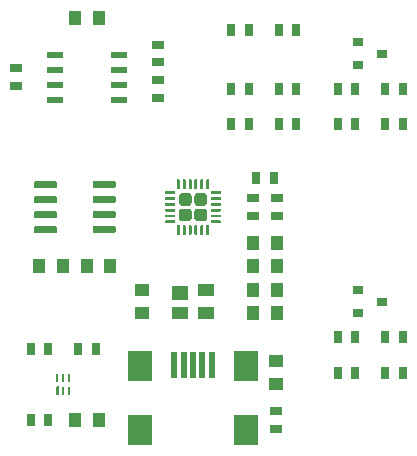
<source format=gtp>
G04 #@! TF.GenerationSoftware,KiCad,Pcbnew,5.1.4-e60b266~84~ubuntu18.04.1*
G04 #@! TF.CreationDate,2019-11-14T17:11:49-08:00*
G04 #@! TF.ProjectId,VehicleAccessoryControllerTestBoard,56656869-636c-4654-9163-636573736f72,0.0*
G04 #@! TF.SameCoordinates,PX7829b80PY4c4b400*
G04 #@! TF.FileFunction,Paste,Top*
G04 #@! TF.FilePolarity,Positive*
%FSLAX46Y46*%
G04 Gerber Fmt 4.6, Leading zero omitted, Abs format (unit mm)*
G04 Created by KiCad (PCBNEW 5.1.4-e60b266~84~ubuntu18.04.1) date 2019-11-14 17:11:49*
%MOMM*%
%LPD*%
G04 APERTURE LIST*
%ADD10R,0.260000X0.730000*%
%ADD11C,0.080000*%
%ADD12C,0.100000*%
%ADD13R,1.450000X0.500000*%
%ADD14R,1.000000X1.200000*%
%ADD15R,1.200000X1.000000*%
%ADD16R,0.800000X1.000000*%
%ADD17R,1.400000X1.200000*%
%ADD18R,1.400000X1.000000*%
%ADD19R,0.900000X0.800000*%
%ADD20R,0.700000X1.000000*%
%ADD21R,1.000000X0.700000*%
%ADD22C,1.050000*%
%ADD23C,0.250000*%
%ADD24C,0.600000*%
%ADD25R,0.500000X2.250000*%
%ADD26R,2.000000X2.500000*%
G04 APERTURE END LIST*
D10*
X14500000Y-34425000D03*
X15000000Y-34425000D03*
X15500000Y-34425000D03*
X15000000Y-35575000D03*
X15500000Y-35575000D03*
D11*
X14500000Y-35525000D03*
D12*
G36*
X14630000Y-35940000D02*
G01*
X14370000Y-35940000D01*
X14370000Y-35244142D01*
X14504142Y-35110000D01*
X14630000Y-35110000D01*
X14630000Y-35940000D01*
X14630000Y-35940000D01*
G37*
D13*
X14300000Y-7095000D03*
X19700000Y-7095000D03*
X14300000Y-8365000D03*
X19700000Y-8365000D03*
X14300000Y-9635000D03*
X19700000Y-9635000D03*
X14300000Y-10905000D03*
X19700000Y-10905000D03*
D14*
X16000000Y-38000000D03*
X18000000Y-38000000D03*
X16000000Y-4000000D03*
X18000000Y-4000000D03*
X31100000Y-23000000D03*
X33100000Y-23000000D03*
X31100000Y-25000000D03*
X33100000Y-25000000D03*
X31100000Y-27000000D03*
X33100000Y-27000000D03*
X33100000Y-29000000D03*
X31100000Y-29000000D03*
D15*
X33000000Y-33000000D03*
X33000000Y-35000000D03*
X21700000Y-27000000D03*
X21700000Y-29000000D03*
D14*
X17000000Y-25000000D03*
X19000000Y-25000000D03*
X13000000Y-25000000D03*
X15000000Y-25000000D03*
D16*
X34750000Y-5000000D03*
X33250000Y-5000000D03*
X33250000Y-13000000D03*
X34750000Y-13000000D03*
X34750000Y-10000000D03*
X33250000Y-10000000D03*
D17*
X24900000Y-27230000D03*
D18*
X24900000Y-28950000D03*
X27100000Y-28950000D03*
X27100000Y-27050000D03*
D19*
X42000000Y-7000000D03*
X40000000Y-7950000D03*
X40000000Y-6050000D03*
X40000000Y-27050000D03*
X40000000Y-28950000D03*
X42000000Y-28000000D03*
D20*
X13750000Y-32000000D03*
X12250000Y-32000000D03*
X16250000Y-32000000D03*
X17750000Y-32000000D03*
X12250000Y-38000000D03*
X13750000Y-38000000D03*
X29250000Y-5000000D03*
X30750000Y-5000000D03*
X38250000Y-10000000D03*
X39750000Y-10000000D03*
X39750000Y-31000000D03*
X38250000Y-31000000D03*
X38250000Y-13000000D03*
X39750000Y-13000000D03*
X39750000Y-34000000D03*
X38250000Y-34000000D03*
X42250000Y-10000000D03*
X43750000Y-10000000D03*
X43750000Y-31000000D03*
X42250000Y-31000000D03*
X43750000Y-13000000D03*
X42250000Y-13000000D03*
X43750000Y-34000000D03*
X42250000Y-34000000D03*
D21*
X11000000Y-8250000D03*
X11000000Y-9750000D03*
X23000000Y-9250000D03*
X23000000Y-10750000D03*
X23000000Y-6250000D03*
X23000000Y-7750000D03*
X33000000Y-38750000D03*
X33000000Y-37250000D03*
D20*
X31350000Y-17500000D03*
X32850000Y-17500000D03*
X29250000Y-13000000D03*
X30750000Y-13000000D03*
X30750000Y-10000000D03*
X29250000Y-10000000D03*
D21*
X31100000Y-19250000D03*
X31100000Y-20750000D03*
X33100000Y-19250000D03*
X33100000Y-20750000D03*
D12*
G36*
X25649505Y-20126204D02*
G01*
X25673773Y-20129804D01*
X25697572Y-20135765D01*
X25720671Y-20144030D01*
X25742850Y-20154520D01*
X25763893Y-20167132D01*
X25783599Y-20181747D01*
X25801777Y-20198223D01*
X25818253Y-20216401D01*
X25832868Y-20236107D01*
X25845480Y-20257150D01*
X25855970Y-20279329D01*
X25864235Y-20302428D01*
X25870196Y-20326227D01*
X25873796Y-20350495D01*
X25875000Y-20374999D01*
X25875000Y-20925001D01*
X25873796Y-20949505D01*
X25870196Y-20973773D01*
X25864235Y-20997572D01*
X25855970Y-21020671D01*
X25845480Y-21042850D01*
X25832868Y-21063893D01*
X25818253Y-21083599D01*
X25801777Y-21101777D01*
X25783599Y-21118253D01*
X25763893Y-21132868D01*
X25742850Y-21145480D01*
X25720671Y-21155970D01*
X25697572Y-21164235D01*
X25673773Y-21170196D01*
X25649505Y-21173796D01*
X25625001Y-21175000D01*
X25074999Y-21175000D01*
X25050495Y-21173796D01*
X25026227Y-21170196D01*
X25002428Y-21164235D01*
X24979329Y-21155970D01*
X24957150Y-21145480D01*
X24936107Y-21132868D01*
X24916401Y-21118253D01*
X24898223Y-21101777D01*
X24881747Y-21083599D01*
X24867132Y-21063893D01*
X24854520Y-21042850D01*
X24844030Y-21020671D01*
X24835765Y-20997572D01*
X24829804Y-20973773D01*
X24826204Y-20949505D01*
X24825000Y-20925001D01*
X24825000Y-20374999D01*
X24826204Y-20350495D01*
X24829804Y-20326227D01*
X24835765Y-20302428D01*
X24844030Y-20279329D01*
X24854520Y-20257150D01*
X24867132Y-20236107D01*
X24881747Y-20216401D01*
X24898223Y-20198223D01*
X24916401Y-20181747D01*
X24936107Y-20167132D01*
X24957150Y-20154520D01*
X24979329Y-20144030D01*
X25002428Y-20135765D01*
X25026227Y-20129804D01*
X25050495Y-20126204D01*
X25074999Y-20125000D01*
X25625001Y-20125000D01*
X25649505Y-20126204D01*
X25649505Y-20126204D01*
G37*
D22*
X25350000Y-20650000D03*
D12*
G36*
X26949505Y-20126204D02*
G01*
X26973773Y-20129804D01*
X26997572Y-20135765D01*
X27020671Y-20144030D01*
X27042850Y-20154520D01*
X27063893Y-20167132D01*
X27083599Y-20181747D01*
X27101777Y-20198223D01*
X27118253Y-20216401D01*
X27132868Y-20236107D01*
X27145480Y-20257150D01*
X27155970Y-20279329D01*
X27164235Y-20302428D01*
X27170196Y-20326227D01*
X27173796Y-20350495D01*
X27175000Y-20374999D01*
X27175000Y-20925001D01*
X27173796Y-20949505D01*
X27170196Y-20973773D01*
X27164235Y-20997572D01*
X27155970Y-21020671D01*
X27145480Y-21042850D01*
X27132868Y-21063893D01*
X27118253Y-21083599D01*
X27101777Y-21101777D01*
X27083599Y-21118253D01*
X27063893Y-21132868D01*
X27042850Y-21145480D01*
X27020671Y-21155970D01*
X26997572Y-21164235D01*
X26973773Y-21170196D01*
X26949505Y-21173796D01*
X26925001Y-21175000D01*
X26374999Y-21175000D01*
X26350495Y-21173796D01*
X26326227Y-21170196D01*
X26302428Y-21164235D01*
X26279329Y-21155970D01*
X26257150Y-21145480D01*
X26236107Y-21132868D01*
X26216401Y-21118253D01*
X26198223Y-21101777D01*
X26181747Y-21083599D01*
X26167132Y-21063893D01*
X26154520Y-21042850D01*
X26144030Y-21020671D01*
X26135765Y-20997572D01*
X26129804Y-20973773D01*
X26126204Y-20949505D01*
X26125000Y-20925001D01*
X26125000Y-20374999D01*
X26126204Y-20350495D01*
X26129804Y-20326227D01*
X26135765Y-20302428D01*
X26144030Y-20279329D01*
X26154520Y-20257150D01*
X26167132Y-20236107D01*
X26181747Y-20216401D01*
X26198223Y-20198223D01*
X26216401Y-20181747D01*
X26236107Y-20167132D01*
X26257150Y-20154520D01*
X26279329Y-20144030D01*
X26302428Y-20135765D01*
X26326227Y-20129804D01*
X26350495Y-20126204D01*
X26374999Y-20125000D01*
X26925001Y-20125000D01*
X26949505Y-20126204D01*
X26949505Y-20126204D01*
G37*
D22*
X26650000Y-20650000D03*
D12*
G36*
X25649505Y-18826204D02*
G01*
X25673773Y-18829804D01*
X25697572Y-18835765D01*
X25720671Y-18844030D01*
X25742850Y-18854520D01*
X25763893Y-18867132D01*
X25783599Y-18881747D01*
X25801777Y-18898223D01*
X25818253Y-18916401D01*
X25832868Y-18936107D01*
X25845480Y-18957150D01*
X25855970Y-18979329D01*
X25864235Y-19002428D01*
X25870196Y-19026227D01*
X25873796Y-19050495D01*
X25875000Y-19074999D01*
X25875000Y-19625001D01*
X25873796Y-19649505D01*
X25870196Y-19673773D01*
X25864235Y-19697572D01*
X25855970Y-19720671D01*
X25845480Y-19742850D01*
X25832868Y-19763893D01*
X25818253Y-19783599D01*
X25801777Y-19801777D01*
X25783599Y-19818253D01*
X25763893Y-19832868D01*
X25742850Y-19845480D01*
X25720671Y-19855970D01*
X25697572Y-19864235D01*
X25673773Y-19870196D01*
X25649505Y-19873796D01*
X25625001Y-19875000D01*
X25074999Y-19875000D01*
X25050495Y-19873796D01*
X25026227Y-19870196D01*
X25002428Y-19864235D01*
X24979329Y-19855970D01*
X24957150Y-19845480D01*
X24936107Y-19832868D01*
X24916401Y-19818253D01*
X24898223Y-19801777D01*
X24881747Y-19783599D01*
X24867132Y-19763893D01*
X24854520Y-19742850D01*
X24844030Y-19720671D01*
X24835765Y-19697572D01*
X24829804Y-19673773D01*
X24826204Y-19649505D01*
X24825000Y-19625001D01*
X24825000Y-19074999D01*
X24826204Y-19050495D01*
X24829804Y-19026227D01*
X24835765Y-19002428D01*
X24844030Y-18979329D01*
X24854520Y-18957150D01*
X24867132Y-18936107D01*
X24881747Y-18916401D01*
X24898223Y-18898223D01*
X24916401Y-18881747D01*
X24936107Y-18867132D01*
X24957150Y-18854520D01*
X24979329Y-18844030D01*
X25002428Y-18835765D01*
X25026227Y-18829804D01*
X25050495Y-18826204D01*
X25074999Y-18825000D01*
X25625001Y-18825000D01*
X25649505Y-18826204D01*
X25649505Y-18826204D01*
G37*
D22*
X25350000Y-19350000D03*
D12*
G36*
X26949505Y-18826204D02*
G01*
X26973773Y-18829804D01*
X26997572Y-18835765D01*
X27020671Y-18844030D01*
X27042850Y-18854520D01*
X27063893Y-18867132D01*
X27083599Y-18881747D01*
X27101777Y-18898223D01*
X27118253Y-18916401D01*
X27132868Y-18936107D01*
X27145480Y-18957150D01*
X27155970Y-18979329D01*
X27164235Y-19002428D01*
X27170196Y-19026227D01*
X27173796Y-19050495D01*
X27175000Y-19074999D01*
X27175000Y-19625001D01*
X27173796Y-19649505D01*
X27170196Y-19673773D01*
X27164235Y-19697572D01*
X27155970Y-19720671D01*
X27145480Y-19742850D01*
X27132868Y-19763893D01*
X27118253Y-19783599D01*
X27101777Y-19801777D01*
X27083599Y-19818253D01*
X27063893Y-19832868D01*
X27042850Y-19845480D01*
X27020671Y-19855970D01*
X26997572Y-19864235D01*
X26973773Y-19870196D01*
X26949505Y-19873796D01*
X26925001Y-19875000D01*
X26374999Y-19875000D01*
X26350495Y-19873796D01*
X26326227Y-19870196D01*
X26302428Y-19864235D01*
X26279329Y-19855970D01*
X26257150Y-19845480D01*
X26236107Y-19832868D01*
X26216401Y-19818253D01*
X26198223Y-19801777D01*
X26181747Y-19783599D01*
X26167132Y-19763893D01*
X26154520Y-19742850D01*
X26144030Y-19720671D01*
X26135765Y-19697572D01*
X26129804Y-19673773D01*
X26126204Y-19649505D01*
X26125000Y-19625001D01*
X26125000Y-19074999D01*
X26126204Y-19050495D01*
X26129804Y-19026227D01*
X26135765Y-19002428D01*
X26144030Y-18979329D01*
X26154520Y-18957150D01*
X26167132Y-18936107D01*
X26181747Y-18916401D01*
X26198223Y-18898223D01*
X26216401Y-18881747D01*
X26236107Y-18867132D01*
X26257150Y-18854520D01*
X26279329Y-18844030D01*
X26302428Y-18835765D01*
X26326227Y-18829804D01*
X26350495Y-18826204D01*
X26374999Y-18825000D01*
X26925001Y-18825000D01*
X26949505Y-18826204D01*
X26949505Y-18826204D01*
G37*
D22*
X26650000Y-19350000D03*
D12*
G36*
X24818626Y-21525301D02*
G01*
X24824693Y-21526201D01*
X24830643Y-21527691D01*
X24836418Y-21529758D01*
X24841962Y-21532380D01*
X24847223Y-21535533D01*
X24852150Y-21539187D01*
X24856694Y-21543306D01*
X24860813Y-21547850D01*
X24864467Y-21552777D01*
X24867620Y-21558038D01*
X24870242Y-21563582D01*
X24872309Y-21569357D01*
X24873799Y-21575307D01*
X24874699Y-21581374D01*
X24875000Y-21587500D01*
X24875000Y-22287500D01*
X24874699Y-22293626D01*
X24873799Y-22299693D01*
X24872309Y-22305643D01*
X24870242Y-22311418D01*
X24867620Y-22316962D01*
X24864467Y-22322223D01*
X24860813Y-22327150D01*
X24856694Y-22331694D01*
X24852150Y-22335813D01*
X24847223Y-22339467D01*
X24841962Y-22342620D01*
X24836418Y-22345242D01*
X24830643Y-22347309D01*
X24824693Y-22348799D01*
X24818626Y-22349699D01*
X24812500Y-22350000D01*
X24687500Y-22350000D01*
X24681374Y-22349699D01*
X24675307Y-22348799D01*
X24669357Y-22347309D01*
X24663582Y-22345242D01*
X24658038Y-22342620D01*
X24652777Y-22339467D01*
X24647850Y-22335813D01*
X24643306Y-22331694D01*
X24639187Y-22327150D01*
X24635533Y-22322223D01*
X24632380Y-22316962D01*
X24629758Y-22311418D01*
X24627691Y-22305643D01*
X24626201Y-22299693D01*
X24625301Y-22293626D01*
X24625000Y-22287500D01*
X24625000Y-21587500D01*
X24625301Y-21581374D01*
X24626201Y-21575307D01*
X24627691Y-21569357D01*
X24629758Y-21563582D01*
X24632380Y-21558038D01*
X24635533Y-21552777D01*
X24639187Y-21547850D01*
X24643306Y-21543306D01*
X24647850Y-21539187D01*
X24652777Y-21535533D01*
X24658038Y-21532380D01*
X24663582Y-21529758D01*
X24669357Y-21527691D01*
X24675307Y-21526201D01*
X24681374Y-21525301D01*
X24687500Y-21525000D01*
X24812500Y-21525000D01*
X24818626Y-21525301D01*
X24818626Y-21525301D01*
G37*
D23*
X24750000Y-21937500D03*
D12*
G36*
X25318626Y-21525301D02*
G01*
X25324693Y-21526201D01*
X25330643Y-21527691D01*
X25336418Y-21529758D01*
X25341962Y-21532380D01*
X25347223Y-21535533D01*
X25352150Y-21539187D01*
X25356694Y-21543306D01*
X25360813Y-21547850D01*
X25364467Y-21552777D01*
X25367620Y-21558038D01*
X25370242Y-21563582D01*
X25372309Y-21569357D01*
X25373799Y-21575307D01*
X25374699Y-21581374D01*
X25375000Y-21587500D01*
X25375000Y-22287500D01*
X25374699Y-22293626D01*
X25373799Y-22299693D01*
X25372309Y-22305643D01*
X25370242Y-22311418D01*
X25367620Y-22316962D01*
X25364467Y-22322223D01*
X25360813Y-22327150D01*
X25356694Y-22331694D01*
X25352150Y-22335813D01*
X25347223Y-22339467D01*
X25341962Y-22342620D01*
X25336418Y-22345242D01*
X25330643Y-22347309D01*
X25324693Y-22348799D01*
X25318626Y-22349699D01*
X25312500Y-22350000D01*
X25187500Y-22350000D01*
X25181374Y-22349699D01*
X25175307Y-22348799D01*
X25169357Y-22347309D01*
X25163582Y-22345242D01*
X25158038Y-22342620D01*
X25152777Y-22339467D01*
X25147850Y-22335813D01*
X25143306Y-22331694D01*
X25139187Y-22327150D01*
X25135533Y-22322223D01*
X25132380Y-22316962D01*
X25129758Y-22311418D01*
X25127691Y-22305643D01*
X25126201Y-22299693D01*
X25125301Y-22293626D01*
X25125000Y-22287500D01*
X25125000Y-21587500D01*
X25125301Y-21581374D01*
X25126201Y-21575307D01*
X25127691Y-21569357D01*
X25129758Y-21563582D01*
X25132380Y-21558038D01*
X25135533Y-21552777D01*
X25139187Y-21547850D01*
X25143306Y-21543306D01*
X25147850Y-21539187D01*
X25152777Y-21535533D01*
X25158038Y-21532380D01*
X25163582Y-21529758D01*
X25169357Y-21527691D01*
X25175307Y-21526201D01*
X25181374Y-21525301D01*
X25187500Y-21525000D01*
X25312500Y-21525000D01*
X25318626Y-21525301D01*
X25318626Y-21525301D01*
G37*
D23*
X25250000Y-21937500D03*
D12*
G36*
X25818626Y-21525301D02*
G01*
X25824693Y-21526201D01*
X25830643Y-21527691D01*
X25836418Y-21529758D01*
X25841962Y-21532380D01*
X25847223Y-21535533D01*
X25852150Y-21539187D01*
X25856694Y-21543306D01*
X25860813Y-21547850D01*
X25864467Y-21552777D01*
X25867620Y-21558038D01*
X25870242Y-21563582D01*
X25872309Y-21569357D01*
X25873799Y-21575307D01*
X25874699Y-21581374D01*
X25875000Y-21587500D01*
X25875000Y-22287500D01*
X25874699Y-22293626D01*
X25873799Y-22299693D01*
X25872309Y-22305643D01*
X25870242Y-22311418D01*
X25867620Y-22316962D01*
X25864467Y-22322223D01*
X25860813Y-22327150D01*
X25856694Y-22331694D01*
X25852150Y-22335813D01*
X25847223Y-22339467D01*
X25841962Y-22342620D01*
X25836418Y-22345242D01*
X25830643Y-22347309D01*
X25824693Y-22348799D01*
X25818626Y-22349699D01*
X25812500Y-22350000D01*
X25687500Y-22350000D01*
X25681374Y-22349699D01*
X25675307Y-22348799D01*
X25669357Y-22347309D01*
X25663582Y-22345242D01*
X25658038Y-22342620D01*
X25652777Y-22339467D01*
X25647850Y-22335813D01*
X25643306Y-22331694D01*
X25639187Y-22327150D01*
X25635533Y-22322223D01*
X25632380Y-22316962D01*
X25629758Y-22311418D01*
X25627691Y-22305643D01*
X25626201Y-22299693D01*
X25625301Y-22293626D01*
X25625000Y-22287500D01*
X25625000Y-21587500D01*
X25625301Y-21581374D01*
X25626201Y-21575307D01*
X25627691Y-21569357D01*
X25629758Y-21563582D01*
X25632380Y-21558038D01*
X25635533Y-21552777D01*
X25639187Y-21547850D01*
X25643306Y-21543306D01*
X25647850Y-21539187D01*
X25652777Y-21535533D01*
X25658038Y-21532380D01*
X25663582Y-21529758D01*
X25669357Y-21527691D01*
X25675307Y-21526201D01*
X25681374Y-21525301D01*
X25687500Y-21525000D01*
X25812500Y-21525000D01*
X25818626Y-21525301D01*
X25818626Y-21525301D01*
G37*
D23*
X25750000Y-21937500D03*
D12*
G36*
X26318626Y-21525301D02*
G01*
X26324693Y-21526201D01*
X26330643Y-21527691D01*
X26336418Y-21529758D01*
X26341962Y-21532380D01*
X26347223Y-21535533D01*
X26352150Y-21539187D01*
X26356694Y-21543306D01*
X26360813Y-21547850D01*
X26364467Y-21552777D01*
X26367620Y-21558038D01*
X26370242Y-21563582D01*
X26372309Y-21569357D01*
X26373799Y-21575307D01*
X26374699Y-21581374D01*
X26375000Y-21587500D01*
X26375000Y-22287500D01*
X26374699Y-22293626D01*
X26373799Y-22299693D01*
X26372309Y-22305643D01*
X26370242Y-22311418D01*
X26367620Y-22316962D01*
X26364467Y-22322223D01*
X26360813Y-22327150D01*
X26356694Y-22331694D01*
X26352150Y-22335813D01*
X26347223Y-22339467D01*
X26341962Y-22342620D01*
X26336418Y-22345242D01*
X26330643Y-22347309D01*
X26324693Y-22348799D01*
X26318626Y-22349699D01*
X26312500Y-22350000D01*
X26187500Y-22350000D01*
X26181374Y-22349699D01*
X26175307Y-22348799D01*
X26169357Y-22347309D01*
X26163582Y-22345242D01*
X26158038Y-22342620D01*
X26152777Y-22339467D01*
X26147850Y-22335813D01*
X26143306Y-22331694D01*
X26139187Y-22327150D01*
X26135533Y-22322223D01*
X26132380Y-22316962D01*
X26129758Y-22311418D01*
X26127691Y-22305643D01*
X26126201Y-22299693D01*
X26125301Y-22293626D01*
X26125000Y-22287500D01*
X26125000Y-21587500D01*
X26125301Y-21581374D01*
X26126201Y-21575307D01*
X26127691Y-21569357D01*
X26129758Y-21563582D01*
X26132380Y-21558038D01*
X26135533Y-21552777D01*
X26139187Y-21547850D01*
X26143306Y-21543306D01*
X26147850Y-21539187D01*
X26152777Y-21535533D01*
X26158038Y-21532380D01*
X26163582Y-21529758D01*
X26169357Y-21527691D01*
X26175307Y-21526201D01*
X26181374Y-21525301D01*
X26187500Y-21525000D01*
X26312500Y-21525000D01*
X26318626Y-21525301D01*
X26318626Y-21525301D01*
G37*
D23*
X26250000Y-21937500D03*
D12*
G36*
X26818626Y-21525301D02*
G01*
X26824693Y-21526201D01*
X26830643Y-21527691D01*
X26836418Y-21529758D01*
X26841962Y-21532380D01*
X26847223Y-21535533D01*
X26852150Y-21539187D01*
X26856694Y-21543306D01*
X26860813Y-21547850D01*
X26864467Y-21552777D01*
X26867620Y-21558038D01*
X26870242Y-21563582D01*
X26872309Y-21569357D01*
X26873799Y-21575307D01*
X26874699Y-21581374D01*
X26875000Y-21587500D01*
X26875000Y-22287500D01*
X26874699Y-22293626D01*
X26873799Y-22299693D01*
X26872309Y-22305643D01*
X26870242Y-22311418D01*
X26867620Y-22316962D01*
X26864467Y-22322223D01*
X26860813Y-22327150D01*
X26856694Y-22331694D01*
X26852150Y-22335813D01*
X26847223Y-22339467D01*
X26841962Y-22342620D01*
X26836418Y-22345242D01*
X26830643Y-22347309D01*
X26824693Y-22348799D01*
X26818626Y-22349699D01*
X26812500Y-22350000D01*
X26687500Y-22350000D01*
X26681374Y-22349699D01*
X26675307Y-22348799D01*
X26669357Y-22347309D01*
X26663582Y-22345242D01*
X26658038Y-22342620D01*
X26652777Y-22339467D01*
X26647850Y-22335813D01*
X26643306Y-22331694D01*
X26639187Y-22327150D01*
X26635533Y-22322223D01*
X26632380Y-22316962D01*
X26629758Y-22311418D01*
X26627691Y-22305643D01*
X26626201Y-22299693D01*
X26625301Y-22293626D01*
X26625000Y-22287500D01*
X26625000Y-21587500D01*
X26625301Y-21581374D01*
X26626201Y-21575307D01*
X26627691Y-21569357D01*
X26629758Y-21563582D01*
X26632380Y-21558038D01*
X26635533Y-21552777D01*
X26639187Y-21547850D01*
X26643306Y-21543306D01*
X26647850Y-21539187D01*
X26652777Y-21535533D01*
X26658038Y-21532380D01*
X26663582Y-21529758D01*
X26669357Y-21527691D01*
X26675307Y-21526201D01*
X26681374Y-21525301D01*
X26687500Y-21525000D01*
X26812500Y-21525000D01*
X26818626Y-21525301D01*
X26818626Y-21525301D01*
G37*
D23*
X26750000Y-21937500D03*
D12*
G36*
X27318626Y-21525301D02*
G01*
X27324693Y-21526201D01*
X27330643Y-21527691D01*
X27336418Y-21529758D01*
X27341962Y-21532380D01*
X27347223Y-21535533D01*
X27352150Y-21539187D01*
X27356694Y-21543306D01*
X27360813Y-21547850D01*
X27364467Y-21552777D01*
X27367620Y-21558038D01*
X27370242Y-21563582D01*
X27372309Y-21569357D01*
X27373799Y-21575307D01*
X27374699Y-21581374D01*
X27375000Y-21587500D01*
X27375000Y-22287500D01*
X27374699Y-22293626D01*
X27373799Y-22299693D01*
X27372309Y-22305643D01*
X27370242Y-22311418D01*
X27367620Y-22316962D01*
X27364467Y-22322223D01*
X27360813Y-22327150D01*
X27356694Y-22331694D01*
X27352150Y-22335813D01*
X27347223Y-22339467D01*
X27341962Y-22342620D01*
X27336418Y-22345242D01*
X27330643Y-22347309D01*
X27324693Y-22348799D01*
X27318626Y-22349699D01*
X27312500Y-22350000D01*
X27187500Y-22350000D01*
X27181374Y-22349699D01*
X27175307Y-22348799D01*
X27169357Y-22347309D01*
X27163582Y-22345242D01*
X27158038Y-22342620D01*
X27152777Y-22339467D01*
X27147850Y-22335813D01*
X27143306Y-22331694D01*
X27139187Y-22327150D01*
X27135533Y-22322223D01*
X27132380Y-22316962D01*
X27129758Y-22311418D01*
X27127691Y-22305643D01*
X27126201Y-22299693D01*
X27125301Y-22293626D01*
X27125000Y-22287500D01*
X27125000Y-21587500D01*
X27125301Y-21581374D01*
X27126201Y-21575307D01*
X27127691Y-21569357D01*
X27129758Y-21563582D01*
X27132380Y-21558038D01*
X27135533Y-21552777D01*
X27139187Y-21547850D01*
X27143306Y-21543306D01*
X27147850Y-21539187D01*
X27152777Y-21535533D01*
X27158038Y-21532380D01*
X27163582Y-21529758D01*
X27169357Y-21527691D01*
X27175307Y-21526201D01*
X27181374Y-21525301D01*
X27187500Y-21525000D01*
X27312500Y-21525000D01*
X27318626Y-21525301D01*
X27318626Y-21525301D01*
G37*
D23*
X27250000Y-21937500D03*
D12*
G36*
X28293626Y-21125301D02*
G01*
X28299693Y-21126201D01*
X28305643Y-21127691D01*
X28311418Y-21129758D01*
X28316962Y-21132380D01*
X28322223Y-21135533D01*
X28327150Y-21139187D01*
X28331694Y-21143306D01*
X28335813Y-21147850D01*
X28339467Y-21152777D01*
X28342620Y-21158038D01*
X28345242Y-21163582D01*
X28347309Y-21169357D01*
X28348799Y-21175307D01*
X28349699Y-21181374D01*
X28350000Y-21187500D01*
X28350000Y-21312500D01*
X28349699Y-21318626D01*
X28348799Y-21324693D01*
X28347309Y-21330643D01*
X28345242Y-21336418D01*
X28342620Y-21341962D01*
X28339467Y-21347223D01*
X28335813Y-21352150D01*
X28331694Y-21356694D01*
X28327150Y-21360813D01*
X28322223Y-21364467D01*
X28316962Y-21367620D01*
X28311418Y-21370242D01*
X28305643Y-21372309D01*
X28299693Y-21373799D01*
X28293626Y-21374699D01*
X28287500Y-21375000D01*
X27587500Y-21375000D01*
X27581374Y-21374699D01*
X27575307Y-21373799D01*
X27569357Y-21372309D01*
X27563582Y-21370242D01*
X27558038Y-21367620D01*
X27552777Y-21364467D01*
X27547850Y-21360813D01*
X27543306Y-21356694D01*
X27539187Y-21352150D01*
X27535533Y-21347223D01*
X27532380Y-21341962D01*
X27529758Y-21336418D01*
X27527691Y-21330643D01*
X27526201Y-21324693D01*
X27525301Y-21318626D01*
X27525000Y-21312500D01*
X27525000Y-21187500D01*
X27525301Y-21181374D01*
X27526201Y-21175307D01*
X27527691Y-21169357D01*
X27529758Y-21163582D01*
X27532380Y-21158038D01*
X27535533Y-21152777D01*
X27539187Y-21147850D01*
X27543306Y-21143306D01*
X27547850Y-21139187D01*
X27552777Y-21135533D01*
X27558038Y-21132380D01*
X27563582Y-21129758D01*
X27569357Y-21127691D01*
X27575307Y-21126201D01*
X27581374Y-21125301D01*
X27587500Y-21125000D01*
X28287500Y-21125000D01*
X28293626Y-21125301D01*
X28293626Y-21125301D01*
G37*
D23*
X27937500Y-21250000D03*
D12*
G36*
X28293626Y-20625301D02*
G01*
X28299693Y-20626201D01*
X28305643Y-20627691D01*
X28311418Y-20629758D01*
X28316962Y-20632380D01*
X28322223Y-20635533D01*
X28327150Y-20639187D01*
X28331694Y-20643306D01*
X28335813Y-20647850D01*
X28339467Y-20652777D01*
X28342620Y-20658038D01*
X28345242Y-20663582D01*
X28347309Y-20669357D01*
X28348799Y-20675307D01*
X28349699Y-20681374D01*
X28350000Y-20687500D01*
X28350000Y-20812500D01*
X28349699Y-20818626D01*
X28348799Y-20824693D01*
X28347309Y-20830643D01*
X28345242Y-20836418D01*
X28342620Y-20841962D01*
X28339467Y-20847223D01*
X28335813Y-20852150D01*
X28331694Y-20856694D01*
X28327150Y-20860813D01*
X28322223Y-20864467D01*
X28316962Y-20867620D01*
X28311418Y-20870242D01*
X28305643Y-20872309D01*
X28299693Y-20873799D01*
X28293626Y-20874699D01*
X28287500Y-20875000D01*
X27587500Y-20875000D01*
X27581374Y-20874699D01*
X27575307Y-20873799D01*
X27569357Y-20872309D01*
X27563582Y-20870242D01*
X27558038Y-20867620D01*
X27552777Y-20864467D01*
X27547850Y-20860813D01*
X27543306Y-20856694D01*
X27539187Y-20852150D01*
X27535533Y-20847223D01*
X27532380Y-20841962D01*
X27529758Y-20836418D01*
X27527691Y-20830643D01*
X27526201Y-20824693D01*
X27525301Y-20818626D01*
X27525000Y-20812500D01*
X27525000Y-20687500D01*
X27525301Y-20681374D01*
X27526201Y-20675307D01*
X27527691Y-20669357D01*
X27529758Y-20663582D01*
X27532380Y-20658038D01*
X27535533Y-20652777D01*
X27539187Y-20647850D01*
X27543306Y-20643306D01*
X27547850Y-20639187D01*
X27552777Y-20635533D01*
X27558038Y-20632380D01*
X27563582Y-20629758D01*
X27569357Y-20627691D01*
X27575307Y-20626201D01*
X27581374Y-20625301D01*
X27587500Y-20625000D01*
X28287500Y-20625000D01*
X28293626Y-20625301D01*
X28293626Y-20625301D01*
G37*
D23*
X27937500Y-20750000D03*
D12*
G36*
X28293626Y-20125301D02*
G01*
X28299693Y-20126201D01*
X28305643Y-20127691D01*
X28311418Y-20129758D01*
X28316962Y-20132380D01*
X28322223Y-20135533D01*
X28327150Y-20139187D01*
X28331694Y-20143306D01*
X28335813Y-20147850D01*
X28339467Y-20152777D01*
X28342620Y-20158038D01*
X28345242Y-20163582D01*
X28347309Y-20169357D01*
X28348799Y-20175307D01*
X28349699Y-20181374D01*
X28350000Y-20187500D01*
X28350000Y-20312500D01*
X28349699Y-20318626D01*
X28348799Y-20324693D01*
X28347309Y-20330643D01*
X28345242Y-20336418D01*
X28342620Y-20341962D01*
X28339467Y-20347223D01*
X28335813Y-20352150D01*
X28331694Y-20356694D01*
X28327150Y-20360813D01*
X28322223Y-20364467D01*
X28316962Y-20367620D01*
X28311418Y-20370242D01*
X28305643Y-20372309D01*
X28299693Y-20373799D01*
X28293626Y-20374699D01*
X28287500Y-20375000D01*
X27587500Y-20375000D01*
X27581374Y-20374699D01*
X27575307Y-20373799D01*
X27569357Y-20372309D01*
X27563582Y-20370242D01*
X27558038Y-20367620D01*
X27552777Y-20364467D01*
X27547850Y-20360813D01*
X27543306Y-20356694D01*
X27539187Y-20352150D01*
X27535533Y-20347223D01*
X27532380Y-20341962D01*
X27529758Y-20336418D01*
X27527691Y-20330643D01*
X27526201Y-20324693D01*
X27525301Y-20318626D01*
X27525000Y-20312500D01*
X27525000Y-20187500D01*
X27525301Y-20181374D01*
X27526201Y-20175307D01*
X27527691Y-20169357D01*
X27529758Y-20163582D01*
X27532380Y-20158038D01*
X27535533Y-20152777D01*
X27539187Y-20147850D01*
X27543306Y-20143306D01*
X27547850Y-20139187D01*
X27552777Y-20135533D01*
X27558038Y-20132380D01*
X27563582Y-20129758D01*
X27569357Y-20127691D01*
X27575307Y-20126201D01*
X27581374Y-20125301D01*
X27587500Y-20125000D01*
X28287500Y-20125000D01*
X28293626Y-20125301D01*
X28293626Y-20125301D01*
G37*
D23*
X27937500Y-20250000D03*
D12*
G36*
X28293626Y-19625301D02*
G01*
X28299693Y-19626201D01*
X28305643Y-19627691D01*
X28311418Y-19629758D01*
X28316962Y-19632380D01*
X28322223Y-19635533D01*
X28327150Y-19639187D01*
X28331694Y-19643306D01*
X28335813Y-19647850D01*
X28339467Y-19652777D01*
X28342620Y-19658038D01*
X28345242Y-19663582D01*
X28347309Y-19669357D01*
X28348799Y-19675307D01*
X28349699Y-19681374D01*
X28350000Y-19687500D01*
X28350000Y-19812500D01*
X28349699Y-19818626D01*
X28348799Y-19824693D01*
X28347309Y-19830643D01*
X28345242Y-19836418D01*
X28342620Y-19841962D01*
X28339467Y-19847223D01*
X28335813Y-19852150D01*
X28331694Y-19856694D01*
X28327150Y-19860813D01*
X28322223Y-19864467D01*
X28316962Y-19867620D01*
X28311418Y-19870242D01*
X28305643Y-19872309D01*
X28299693Y-19873799D01*
X28293626Y-19874699D01*
X28287500Y-19875000D01*
X27587500Y-19875000D01*
X27581374Y-19874699D01*
X27575307Y-19873799D01*
X27569357Y-19872309D01*
X27563582Y-19870242D01*
X27558038Y-19867620D01*
X27552777Y-19864467D01*
X27547850Y-19860813D01*
X27543306Y-19856694D01*
X27539187Y-19852150D01*
X27535533Y-19847223D01*
X27532380Y-19841962D01*
X27529758Y-19836418D01*
X27527691Y-19830643D01*
X27526201Y-19824693D01*
X27525301Y-19818626D01*
X27525000Y-19812500D01*
X27525000Y-19687500D01*
X27525301Y-19681374D01*
X27526201Y-19675307D01*
X27527691Y-19669357D01*
X27529758Y-19663582D01*
X27532380Y-19658038D01*
X27535533Y-19652777D01*
X27539187Y-19647850D01*
X27543306Y-19643306D01*
X27547850Y-19639187D01*
X27552777Y-19635533D01*
X27558038Y-19632380D01*
X27563582Y-19629758D01*
X27569357Y-19627691D01*
X27575307Y-19626201D01*
X27581374Y-19625301D01*
X27587500Y-19625000D01*
X28287500Y-19625000D01*
X28293626Y-19625301D01*
X28293626Y-19625301D01*
G37*
D23*
X27937500Y-19750000D03*
D12*
G36*
X28293626Y-19125301D02*
G01*
X28299693Y-19126201D01*
X28305643Y-19127691D01*
X28311418Y-19129758D01*
X28316962Y-19132380D01*
X28322223Y-19135533D01*
X28327150Y-19139187D01*
X28331694Y-19143306D01*
X28335813Y-19147850D01*
X28339467Y-19152777D01*
X28342620Y-19158038D01*
X28345242Y-19163582D01*
X28347309Y-19169357D01*
X28348799Y-19175307D01*
X28349699Y-19181374D01*
X28350000Y-19187500D01*
X28350000Y-19312500D01*
X28349699Y-19318626D01*
X28348799Y-19324693D01*
X28347309Y-19330643D01*
X28345242Y-19336418D01*
X28342620Y-19341962D01*
X28339467Y-19347223D01*
X28335813Y-19352150D01*
X28331694Y-19356694D01*
X28327150Y-19360813D01*
X28322223Y-19364467D01*
X28316962Y-19367620D01*
X28311418Y-19370242D01*
X28305643Y-19372309D01*
X28299693Y-19373799D01*
X28293626Y-19374699D01*
X28287500Y-19375000D01*
X27587500Y-19375000D01*
X27581374Y-19374699D01*
X27575307Y-19373799D01*
X27569357Y-19372309D01*
X27563582Y-19370242D01*
X27558038Y-19367620D01*
X27552777Y-19364467D01*
X27547850Y-19360813D01*
X27543306Y-19356694D01*
X27539187Y-19352150D01*
X27535533Y-19347223D01*
X27532380Y-19341962D01*
X27529758Y-19336418D01*
X27527691Y-19330643D01*
X27526201Y-19324693D01*
X27525301Y-19318626D01*
X27525000Y-19312500D01*
X27525000Y-19187500D01*
X27525301Y-19181374D01*
X27526201Y-19175307D01*
X27527691Y-19169357D01*
X27529758Y-19163582D01*
X27532380Y-19158038D01*
X27535533Y-19152777D01*
X27539187Y-19147850D01*
X27543306Y-19143306D01*
X27547850Y-19139187D01*
X27552777Y-19135533D01*
X27558038Y-19132380D01*
X27563582Y-19129758D01*
X27569357Y-19127691D01*
X27575307Y-19126201D01*
X27581374Y-19125301D01*
X27587500Y-19125000D01*
X28287500Y-19125000D01*
X28293626Y-19125301D01*
X28293626Y-19125301D01*
G37*
D23*
X27937500Y-19250000D03*
D12*
G36*
X28293626Y-18625301D02*
G01*
X28299693Y-18626201D01*
X28305643Y-18627691D01*
X28311418Y-18629758D01*
X28316962Y-18632380D01*
X28322223Y-18635533D01*
X28327150Y-18639187D01*
X28331694Y-18643306D01*
X28335813Y-18647850D01*
X28339467Y-18652777D01*
X28342620Y-18658038D01*
X28345242Y-18663582D01*
X28347309Y-18669357D01*
X28348799Y-18675307D01*
X28349699Y-18681374D01*
X28350000Y-18687500D01*
X28350000Y-18812500D01*
X28349699Y-18818626D01*
X28348799Y-18824693D01*
X28347309Y-18830643D01*
X28345242Y-18836418D01*
X28342620Y-18841962D01*
X28339467Y-18847223D01*
X28335813Y-18852150D01*
X28331694Y-18856694D01*
X28327150Y-18860813D01*
X28322223Y-18864467D01*
X28316962Y-18867620D01*
X28311418Y-18870242D01*
X28305643Y-18872309D01*
X28299693Y-18873799D01*
X28293626Y-18874699D01*
X28287500Y-18875000D01*
X27587500Y-18875000D01*
X27581374Y-18874699D01*
X27575307Y-18873799D01*
X27569357Y-18872309D01*
X27563582Y-18870242D01*
X27558038Y-18867620D01*
X27552777Y-18864467D01*
X27547850Y-18860813D01*
X27543306Y-18856694D01*
X27539187Y-18852150D01*
X27535533Y-18847223D01*
X27532380Y-18841962D01*
X27529758Y-18836418D01*
X27527691Y-18830643D01*
X27526201Y-18824693D01*
X27525301Y-18818626D01*
X27525000Y-18812500D01*
X27525000Y-18687500D01*
X27525301Y-18681374D01*
X27526201Y-18675307D01*
X27527691Y-18669357D01*
X27529758Y-18663582D01*
X27532380Y-18658038D01*
X27535533Y-18652777D01*
X27539187Y-18647850D01*
X27543306Y-18643306D01*
X27547850Y-18639187D01*
X27552777Y-18635533D01*
X27558038Y-18632380D01*
X27563582Y-18629758D01*
X27569357Y-18627691D01*
X27575307Y-18626201D01*
X27581374Y-18625301D01*
X27587500Y-18625000D01*
X28287500Y-18625000D01*
X28293626Y-18625301D01*
X28293626Y-18625301D01*
G37*
D23*
X27937500Y-18750000D03*
D12*
G36*
X27318626Y-17650301D02*
G01*
X27324693Y-17651201D01*
X27330643Y-17652691D01*
X27336418Y-17654758D01*
X27341962Y-17657380D01*
X27347223Y-17660533D01*
X27352150Y-17664187D01*
X27356694Y-17668306D01*
X27360813Y-17672850D01*
X27364467Y-17677777D01*
X27367620Y-17683038D01*
X27370242Y-17688582D01*
X27372309Y-17694357D01*
X27373799Y-17700307D01*
X27374699Y-17706374D01*
X27375000Y-17712500D01*
X27375000Y-18412500D01*
X27374699Y-18418626D01*
X27373799Y-18424693D01*
X27372309Y-18430643D01*
X27370242Y-18436418D01*
X27367620Y-18441962D01*
X27364467Y-18447223D01*
X27360813Y-18452150D01*
X27356694Y-18456694D01*
X27352150Y-18460813D01*
X27347223Y-18464467D01*
X27341962Y-18467620D01*
X27336418Y-18470242D01*
X27330643Y-18472309D01*
X27324693Y-18473799D01*
X27318626Y-18474699D01*
X27312500Y-18475000D01*
X27187500Y-18475000D01*
X27181374Y-18474699D01*
X27175307Y-18473799D01*
X27169357Y-18472309D01*
X27163582Y-18470242D01*
X27158038Y-18467620D01*
X27152777Y-18464467D01*
X27147850Y-18460813D01*
X27143306Y-18456694D01*
X27139187Y-18452150D01*
X27135533Y-18447223D01*
X27132380Y-18441962D01*
X27129758Y-18436418D01*
X27127691Y-18430643D01*
X27126201Y-18424693D01*
X27125301Y-18418626D01*
X27125000Y-18412500D01*
X27125000Y-17712500D01*
X27125301Y-17706374D01*
X27126201Y-17700307D01*
X27127691Y-17694357D01*
X27129758Y-17688582D01*
X27132380Y-17683038D01*
X27135533Y-17677777D01*
X27139187Y-17672850D01*
X27143306Y-17668306D01*
X27147850Y-17664187D01*
X27152777Y-17660533D01*
X27158038Y-17657380D01*
X27163582Y-17654758D01*
X27169357Y-17652691D01*
X27175307Y-17651201D01*
X27181374Y-17650301D01*
X27187500Y-17650000D01*
X27312500Y-17650000D01*
X27318626Y-17650301D01*
X27318626Y-17650301D01*
G37*
D23*
X27250000Y-18062500D03*
D12*
G36*
X26818626Y-17650301D02*
G01*
X26824693Y-17651201D01*
X26830643Y-17652691D01*
X26836418Y-17654758D01*
X26841962Y-17657380D01*
X26847223Y-17660533D01*
X26852150Y-17664187D01*
X26856694Y-17668306D01*
X26860813Y-17672850D01*
X26864467Y-17677777D01*
X26867620Y-17683038D01*
X26870242Y-17688582D01*
X26872309Y-17694357D01*
X26873799Y-17700307D01*
X26874699Y-17706374D01*
X26875000Y-17712500D01*
X26875000Y-18412500D01*
X26874699Y-18418626D01*
X26873799Y-18424693D01*
X26872309Y-18430643D01*
X26870242Y-18436418D01*
X26867620Y-18441962D01*
X26864467Y-18447223D01*
X26860813Y-18452150D01*
X26856694Y-18456694D01*
X26852150Y-18460813D01*
X26847223Y-18464467D01*
X26841962Y-18467620D01*
X26836418Y-18470242D01*
X26830643Y-18472309D01*
X26824693Y-18473799D01*
X26818626Y-18474699D01*
X26812500Y-18475000D01*
X26687500Y-18475000D01*
X26681374Y-18474699D01*
X26675307Y-18473799D01*
X26669357Y-18472309D01*
X26663582Y-18470242D01*
X26658038Y-18467620D01*
X26652777Y-18464467D01*
X26647850Y-18460813D01*
X26643306Y-18456694D01*
X26639187Y-18452150D01*
X26635533Y-18447223D01*
X26632380Y-18441962D01*
X26629758Y-18436418D01*
X26627691Y-18430643D01*
X26626201Y-18424693D01*
X26625301Y-18418626D01*
X26625000Y-18412500D01*
X26625000Y-17712500D01*
X26625301Y-17706374D01*
X26626201Y-17700307D01*
X26627691Y-17694357D01*
X26629758Y-17688582D01*
X26632380Y-17683038D01*
X26635533Y-17677777D01*
X26639187Y-17672850D01*
X26643306Y-17668306D01*
X26647850Y-17664187D01*
X26652777Y-17660533D01*
X26658038Y-17657380D01*
X26663582Y-17654758D01*
X26669357Y-17652691D01*
X26675307Y-17651201D01*
X26681374Y-17650301D01*
X26687500Y-17650000D01*
X26812500Y-17650000D01*
X26818626Y-17650301D01*
X26818626Y-17650301D01*
G37*
D23*
X26750000Y-18062500D03*
D12*
G36*
X26318626Y-17650301D02*
G01*
X26324693Y-17651201D01*
X26330643Y-17652691D01*
X26336418Y-17654758D01*
X26341962Y-17657380D01*
X26347223Y-17660533D01*
X26352150Y-17664187D01*
X26356694Y-17668306D01*
X26360813Y-17672850D01*
X26364467Y-17677777D01*
X26367620Y-17683038D01*
X26370242Y-17688582D01*
X26372309Y-17694357D01*
X26373799Y-17700307D01*
X26374699Y-17706374D01*
X26375000Y-17712500D01*
X26375000Y-18412500D01*
X26374699Y-18418626D01*
X26373799Y-18424693D01*
X26372309Y-18430643D01*
X26370242Y-18436418D01*
X26367620Y-18441962D01*
X26364467Y-18447223D01*
X26360813Y-18452150D01*
X26356694Y-18456694D01*
X26352150Y-18460813D01*
X26347223Y-18464467D01*
X26341962Y-18467620D01*
X26336418Y-18470242D01*
X26330643Y-18472309D01*
X26324693Y-18473799D01*
X26318626Y-18474699D01*
X26312500Y-18475000D01*
X26187500Y-18475000D01*
X26181374Y-18474699D01*
X26175307Y-18473799D01*
X26169357Y-18472309D01*
X26163582Y-18470242D01*
X26158038Y-18467620D01*
X26152777Y-18464467D01*
X26147850Y-18460813D01*
X26143306Y-18456694D01*
X26139187Y-18452150D01*
X26135533Y-18447223D01*
X26132380Y-18441962D01*
X26129758Y-18436418D01*
X26127691Y-18430643D01*
X26126201Y-18424693D01*
X26125301Y-18418626D01*
X26125000Y-18412500D01*
X26125000Y-17712500D01*
X26125301Y-17706374D01*
X26126201Y-17700307D01*
X26127691Y-17694357D01*
X26129758Y-17688582D01*
X26132380Y-17683038D01*
X26135533Y-17677777D01*
X26139187Y-17672850D01*
X26143306Y-17668306D01*
X26147850Y-17664187D01*
X26152777Y-17660533D01*
X26158038Y-17657380D01*
X26163582Y-17654758D01*
X26169357Y-17652691D01*
X26175307Y-17651201D01*
X26181374Y-17650301D01*
X26187500Y-17650000D01*
X26312500Y-17650000D01*
X26318626Y-17650301D01*
X26318626Y-17650301D01*
G37*
D23*
X26250000Y-18062500D03*
D12*
G36*
X25818626Y-17650301D02*
G01*
X25824693Y-17651201D01*
X25830643Y-17652691D01*
X25836418Y-17654758D01*
X25841962Y-17657380D01*
X25847223Y-17660533D01*
X25852150Y-17664187D01*
X25856694Y-17668306D01*
X25860813Y-17672850D01*
X25864467Y-17677777D01*
X25867620Y-17683038D01*
X25870242Y-17688582D01*
X25872309Y-17694357D01*
X25873799Y-17700307D01*
X25874699Y-17706374D01*
X25875000Y-17712500D01*
X25875000Y-18412500D01*
X25874699Y-18418626D01*
X25873799Y-18424693D01*
X25872309Y-18430643D01*
X25870242Y-18436418D01*
X25867620Y-18441962D01*
X25864467Y-18447223D01*
X25860813Y-18452150D01*
X25856694Y-18456694D01*
X25852150Y-18460813D01*
X25847223Y-18464467D01*
X25841962Y-18467620D01*
X25836418Y-18470242D01*
X25830643Y-18472309D01*
X25824693Y-18473799D01*
X25818626Y-18474699D01*
X25812500Y-18475000D01*
X25687500Y-18475000D01*
X25681374Y-18474699D01*
X25675307Y-18473799D01*
X25669357Y-18472309D01*
X25663582Y-18470242D01*
X25658038Y-18467620D01*
X25652777Y-18464467D01*
X25647850Y-18460813D01*
X25643306Y-18456694D01*
X25639187Y-18452150D01*
X25635533Y-18447223D01*
X25632380Y-18441962D01*
X25629758Y-18436418D01*
X25627691Y-18430643D01*
X25626201Y-18424693D01*
X25625301Y-18418626D01*
X25625000Y-18412500D01*
X25625000Y-17712500D01*
X25625301Y-17706374D01*
X25626201Y-17700307D01*
X25627691Y-17694357D01*
X25629758Y-17688582D01*
X25632380Y-17683038D01*
X25635533Y-17677777D01*
X25639187Y-17672850D01*
X25643306Y-17668306D01*
X25647850Y-17664187D01*
X25652777Y-17660533D01*
X25658038Y-17657380D01*
X25663582Y-17654758D01*
X25669357Y-17652691D01*
X25675307Y-17651201D01*
X25681374Y-17650301D01*
X25687500Y-17650000D01*
X25812500Y-17650000D01*
X25818626Y-17650301D01*
X25818626Y-17650301D01*
G37*
D23*
X25750000Y-18062500D03*
D12*
G36*
X25318626Y-17650301D02*
G01*
X25324693Y-17651201D01*
X25330643Y-17652691D01*
X25336418Y-17654758D01*
X25341962Y-17657380D01*
X25347223Y-17660533D01*
X25352150Y-17664187D01*
X25356694Y-17668306D01*
X25360813Y-17672850D01*
X25364467Y-17677777D01*
X25367620Y-17683038D01*
X25370242Y-17688582D01*
X25372309Y-17694357D01*
X25373799Y-17700307D01*
X25374699Y-17706374D01*
X25375000Y-17712500D01*
X25375000Y-18412500D01*
X25374699Y-18418626D01*
X25373799Y-18424693D01*
X25372309Y-18430643D01*
X25370242Y-18436418D01*
X25367620Y-18441962D01*
X25364467Y-18447223D01*
X25360813Y-18452150D01*
X25356694Y-18456694D01*
X25352150Y-18460813D01*
X25347223Y-18464467D01*
X25341962Y-18467620D01*
X25336418Y-18470242D01*
X25330643Y-18472309D01*
X25324693Y-18473799D01*
X25318626Y-18474699D01*
X25312500Y-18475000D01*
X25187500Y-18475000D01*
X25181374Y-18474699D01*
X25175307Y-18473799D01*
X25169357Y-18472309D01*
X25163582Y-18470242D01*
X25158038Y-18467620D01*
X25152777Y-18464467D01*
X25147850Y-18460813D01*
X25143306Y-18456694D01*
X25139187Y-18452150D01*
X25135533Y-18447223D01*
X25132380Y-18441962D01*
X25129758Y-18436418D01*
X25127691Y-18430643D01*
X25126201Y-18424693D01*
X25125301Y-18418626D01*
X25125000Y-18412500D01*
X25125000Y-17712500D01*
X25125301Y-17706374D01*
X25126201Y-17700307D01*
X25127691Y-17694357D01*
X25129758Y-17688582D01*
X25132380Y-17683038D01*
X25135533Y-17677777D01*
X25139187Y-17672850D01*
X25143306Y-17668306D01*
X25147850Y-17664187D01*
X25152777Y-17660533D01*
X25158038Y-17657380D01*
X25163582Y-17654758D01*
X25169357Y-17652691D01*
X25175307Y-17651201D01*
X25181374Y-17650301D01*
X25187500Y-17650000D01*
X25312500Y-17650000D01*
X25318626Y-17650301D01*
X25318626Y-17650301D01*
G37*
D23*
X25250000Y-18062500D03*
D12*
G36*
X24818626Y-17650301D02*
G01*
X24824693Y-17651201D01*
X24830643Y-17652691D01*
X24836418Y-17654758D01*
X24841962Y-17657380D01*
X24847223Y-17660533D01*
X24852150Y-17664187D01*
X24856694Y-17668306D01*
X24860813Y-17672850D01*
X24864467Y-17677777D01*
X24867620Y-17683038D01*
X24870242Y-17688582D01*
X24872309Y-17694357D01*
X24873799Y-17700307D01*
X24874699Y-17706374D01*
X24875000Y-17712500D01*
X24875000Y-18412500D01*
X24874699Y-18418626D01*
X24873799Y-18424693D01*
X24872309Y-18430643D01*
X24870242Y-18436418D01*
X24867620Y-18441962D01*
X24864467Y-18447223D01*
X24860813Y-18452150D01*
X24856694Y-18456694D01*
X24852150Y-18460813D01*
X24847223Y-18464467D01*
X24841962Y-18467620D01*
X24836418Y-18470242D01*
X24830643Y-18472309D01*
X24824693Y-18473799D01*
X24818626Y-18474699D01*
X24812500Y-18475000D01*
X24687500Y-18475000D01*
X24681374Y-18474699D01*
X24675307Y-18473799D01*
X24669357Y-18472309D01*
X24663582Y-18470242D01*
X24658038Y-18467620D01*
X24652777Y-18464467D01*
X24647850Y-18460813D01*
X24643306Y-18456694D01*
X24639187Y-18452150D01*
X24635533Y-18447223D01*
X24632380Y-18441962D01*
X24629758Y-18436418D01*
X24627691Y-18430643D01*
X24626201Y-18424693D01*
X24625301Y-18418626D01*
X24625000Y-18412500D01*
X24625000Y-17712500D01*
X24625301Y-17706374D01*
X24626201Y-17700307D01*
X24627691Y-17694357D01*
X24629758Y-17688582D01*
X24632380Y-17683038D01*
X24635533Y-17677777D01*
X24639187Y-17672850D01*
X24643306Y-17668306D01*
X24647850Y-17664187D01*
X24652777Y-17660533D01*
X24658038Y-17657380D01*
X24663582Y-17654758D01*
X24669357Y-17652691D01*
X24675307Y-17651201D01*
X24681374Y-17650301D01*
X24687500Y-17650000D01*
X24812500Y-17650000D01*
X24818626Y-17650301D01*
X24818626Y-17650301D01*
G37*
D23*
X24750000Y-18062500D03*
D12*
G36*
X24418626Y-18625301D02*
G01*
X24424693Y-18626201D01*
X24430643Y-18627691D01*
X24436418Y-18629758D01*
X24441962Y-18632380D01*
X24447223Y-18635533D01*
X24452150Y-18639187D01*
X24456694Y-18643306D01*
X24460813Y-18647850D01*
X24464467Y-18652777D01*
X24467620Y-18658038D01*
X24470242Y-18663582D01*
X24472309Y-18669357D01*
X24473799Y-18675307D01*
X24474699Y-18681374D01*
X24475000Y-18687500D01*
X24475000Y-18812500D01*
X24474699Y-18818626D01*
X24473799Y-18824693D01*
X24472309Y-18830643D01*
X24470242Y-18836418D01*
X24467620Y-18841962D01*
X24464467Y-18847223D01*
X24460813Y-18852150D01*
X24456694Y-18856694D01*
X24452150Y-18860813D01*
X24447223Y-18864467D01*
X24441962Y-18867620D01*
X24436418Y-18870242D01*
X24430643Y-18872309D01*
X24424693Y-18873799D01*
X24418626Y-18874699D01*
X24412500Y-18875000D01*
X23712500Y-18875000D01*
X23706374Y-18874699D01*
X23700307Y-18873799D01*
X23694357Y-18872309D01*
X23688582Y-18870242D01*
X23683038Y-18867620D01*
X23677777Y-18864467D01*
X23672850Y-18860813D01*
X23668306Y-18856694D01*
X23664187Y-18852150D01*
X23660533Y-18847223D01*
X23657380Y-18841962D01*
X23654758Y-18836418D01*
X23652691Y-18830643D01*
X23651201Y-18824693D01*
X23650301Y-18818626D01*
X23650000Y-18812500D01*
X23650000Y-18687500D01*
X23650301Y-18681374D01*
X23651201Y-18675307D01*
X23652691Y-18669357D01*
X23654758Y-18663582D01*
X23657380Y-18658038D01*
X23660533Y-18652777D01*
X23664187Y-18647850D01*
X23668306Y-18643306D01*
X23672850Y-18639187D01*
X23677777Y-18635533D01*
X23683038Y-18632380D01*
X23688582Y-18629758D01*
X23694357Y-18627691D01*
X23700307Y-18626201D01*
X23706374Y-18625301D01*
X23712500Y-18625000D01*
X24412500Y-18625000D01*
X24418626Y-18625301D01*
X24418626Y-18625301D01*
G37*
D23*
X24062500Y-18750000D03*
D12*
G36*
X24418626Y-19125301D02*
G01*
X24424693Y-19126201D01*
X24430643Y-19127691D01*
X24436418Y-19129758D01*
X24441962Y-19132380D01*
X24447223Y-19135533D01*
X24452150Y-19139187D01*
X24456694Y-19143306D01*
X24460813Y-19147850D01*
X24464467Y-19152777D01*
X24467620Y-19158038D01*
X24470242Y-19163582D01*
X24472309Y-19169357D01*
X24473799Y-19175307D01*
X24474699Y-19181374D01*
X24475000Y-19187500D01*
X24475000Y-19312500D01*
X24474699Y-19318626D01*
X24473799Y-19324693D01*
X24472309Y-19330643D01*
X24470242Y-19336418D01*
X24467620Y-19341962D01*
X24464467Y-19347223D01*
X24460813Y-19352150D01*
X24456694Y-19356694D01*
X24452150Y-19360813D01*
X24447223Y-19364467D01*
X24441962Y-19367620D01*
X24436418Y-19370242D01*
X24430643Y-19372309D01*
X24424693Y-19373799D01*
X24418626Y-19374699D01*
X24412500Y-19375000D01*
X23712500Y-19375000D01*
X23706374Y-19374699D01*
X23700307Y-19373799D01*
X23694357Y-19372309D01*
X23688582Y-19370242D01*
X23683038Y-19367620D01*
X23677777Y-19364467D01*
X23672850Y-19360813D01*
X23668306Y-19356694D01*
X23664187Y-19352150D01*
X23660533Y-19347223D01*
X23657380Y-19341962D01*
X23654758Y-19336418D01*
X23652691Y-19330643D01*
X23651201Y-19324693D01*
X23650301Y-19318626D01*
X23650000Y-19312500D01*
X23650000Y-19187500D01*
X23650301Y-19181374D01*
X23651201Y-19175307D01*
X23652691Y-19169357D01*
X23654758Y-19163582D01*
X23657380Y-19158038D01*
X23660533Y-19152777D01*
X23664187Y-19147850D01*
X23668306Y-19143306D01*
X23672850Y-19139187D01*
X23677777Y-19135533D01*
X23683038Y-19132380D01*
X23688582Y-19129758D01*
X23694357Y-19127691D01*
X23700307Y-19126201D01*
X23706374Y-19125301D01*
X23712500Y-19125000D01*
X24412500Y-19125000D01*
X24418626Y-19125301D01*
X24418626Y-19125301D01*
G37*
D23*
X24062500Y-19250000D03*
D12*
G36*
X24418626Y-19625301D02*
G01*
X24424693Y-19626201D01*
X24430643Y-19627691D01*
X24436418Y-19629758D01*
X24441962Y-19632380D01*
X24447223Y-19635533D01*
X24452150Y-19639187D01*
X24456694Y-19643306D01*
X24460813Y-19647850D01*
X24464467Y-19652777D01*
X24467620Y-19658038D01*
X24470242Y-19663582D01*
X24472309Y-19669357D01*
X24473799Y-19675307D01*
X24474699Y-19681374D01*
X24475000Y-19687500D01*
X24475000Y-19812500D01*
X24474699Y-19818626D01*
X24473799Y-19824693D01*
X24472309Y-19830643D01*
X24470242Y-19836418D01*
X24467620Y-19841962D01*
X24464467Y-19847223D01*
X24460813Y-19852150D01*
X24456694Y-19856694D01*
X24452150Y-19860813D01*
X24447223Y-19864467D01*
X24441962Y-19867620D01*
X24436418Y-19870242D01*
X24430643Y-19872309D01*
X24424693Y-19873799D01*
X24418626Y-19874699D01*
X24412500Y-19875000D01*
X23712500Y-19875000D01*
X23706374Y-19874699D01*
X23700307Y-19873799D01*
X23694357Y-19872309D01*
X23688582Y-19870242D01*
X23683038Y-19867620D01*
X23677777Y-19864467D01*
X23672850Y-19860813D01*
X23668306Y-19856694D01*
X23664187Y-19852150D01*
X23660533Y-19847223D01*
X23657380Y-19841962D01*
X23654758Y-19836418D01*
X23652691Y-19830643D01*
X23651201Y-19824693D01*
X23650301Y-19818626D01*
X23650000Y-19812500D01*
X23650000Y-19687500D01*
X23650301Y-19681374D01*
X23651201Y-19675307D01*
X23652691Y-19669357D01*
X23654758Y-19663582D01*
X23657380Y-19658038D01*
X23660533Y-19652777D01*
X23664187Y-19647850D01*
X23668306Y-19643306D01*
X23672850Y-19639187D01*
X23677777Y-19635533D01*
X23683038Y-19632380D01*
X23688582Y-19629758D01*
X23694357Y-19627691D01*
X23700307Y-19626201D01*
X23706374Y-19625301D01*
X23712500Y-19625000D01*
X24412500Y-19625000D01*
X24418626Y-19625301D01*
X24418626Y-19625301D01*
G37*
D23*
X24062500Y-19750000D03*
D12*
G36*
X24418626Y-20125301D02*
G01*
X24424693Y-20126201D01*
X24430643Y-20127691D01*
X24436418Y-20129758D01*
X24441962Y-20132380D01*
X24447223Y-20135533D01*
X24452150Y-20139187D01*
X24456694Y-20143306D01*
X24460813Y-20147850D01*
X24464467Y-20152777D01*
X24467620Y-20158038D01*
X24470242Y-20163582D01*
X24472309Y-20169357D01*
X24473799Y-20175307D01*
X24474699Y-20181374D01*
X24475000Y-20187500D01*
X24475000Y-20312500D01*
X24474699Y-20318626D01*
X24473799Y-20324693D01*
X24472309Y-20330643D01*
X24470242Y-20336418D01*
X24467620Y-20341962D01*
X24464467Y-20347223D01*
X24460813Y-20352150D01*
X24456694Y-20356694D01*
X24452150Y-20360813D01*
X24447223Y-20364467D01*
X24441962Y-20367620D01*
X24436418Y-20370242D01*
X24430643Y-20372309D01*
X24424693Y-20373799D01*
X24418626Y-20374699D01*
X24412500Y-20375000D01*
X23712500Y-20375000D01*
X23706374Y-20374699D01*
X23700307Y-20373799D01*
X23694357Y-20372309D01*
X23688582Y-20370242D01*
X23683038Y-20367620D01*
X23677777Y-20364467D01*
X23672850Y-20360813D01*
X23668306Y-20356694D01*
X23664187Y-20352150D01*
X23660533Y-20347223D01*
X23657380Y-20341962D01*
X23654758Y-20336418D01*
X23652691Y-20330643D01*
X23651201Y-20324693D01*
X23650301Y-20318626D01*
X23650000Y-20312500D01*
X23650000Y-20187500D01*
X23650301Y-20181374D01*
X23651201Y-20175307D01*
X23652691Y-20169357D01*
X23654758Y-20163582D01*
X23657380Y-20158038D01*
X23660533Y-20152777D01*
X23664187Y-20147850D01*
X23668306Y-20143306D01*
X23672850Y-20139187D01*
X23677777Y-20135533D01*
X23683038Y-20132380D01*
X23688582Y-20129758D01*
X23694357Y-20127691D01*
X23700307Y-20126201D01*
X23706374Y-20125301D01*
X23712500Y-20125000D01*
X24412500Y-20125000D01*
X24418626Y-20125301D01*
X24418626Y-20125301D01*
G37*
D23*
X24062500Y-20250000D03*
D12*
G36*
X24418626Y-20625301D02*
G01*
X24424693Y-20626201D01*
X24430643Y-20627691D01*
X24436418Y-20629758D01*
X24441962Y-20632380D01*
X24447223Y-20635533D01*
X24452150Y-20639187D01*
X24456694Y-20643306D01*
X24460813Y-20647850D01*
X24464467Y-20652777D01*
X24467620Y-20658038D01*
X24470242Y-20663582D01*
X24472309Y-20669357D01*
X24473799Y-20675307D01*
X24474699Y-20681374D01*
X24475000Y-20687500D01*
X24475000Y-20812500D01*
X24474699Y-20818626D01*
X24473799Y-20824693D01*
X24472309Y-20830643D01*
X24470242Y-20836418D01*
X24467620Y-20841962D01*
X24464467Y-20847223D01*
X24460813Y-20852150D01*
X24456694Y-20856694D01*
X24452150Y-20860813D01*
X24447223Y-20864467D01*
X24441962Y-20867620D01*
X24436418Y-20870242D01*
X24430643Y-20872309D01*
X24424693Y-20873799D01*
X24418626Y-20874699D01*
X24412500Y-20875000D01*
X23712500Y-20875000D01*
X23706374Y-20874699D01*
X23700307Y-20873799D01*
X23694357Y-20872309D01*
X23688582Y-20870242D01*
X23683038Y-20867620D01*
X23677777Y-20864467D01*
X23672850Y-20860813D01*
X23668306Y-20856694D01*
X23664187Y-20852150D01*
X23660533Y-20847223D01*
X23657380Y-20841962D01*
X23654758Y-20836418D01*
X23652691Y-20830643D01*
X23651201Y-20824693D01*
X23650301Y-20818626D01*
X23650000Y-20812500D01*
X23650000Y-20687500D01*
X23650301Y-20681374D01*
X23651201Y-20675307D01*
X23652691Y-20669357D01*
X23654758Y-20663582D01*
X23657380Y-20658038D01*
X23660533Y-20652777D01*
X23664187Y-20647850D01*
X23668306Y-20643306D01*
X23672850Y-20639187D01*
X23677777Y-20635533D01*
X23683038Y-20632380D01*
X23688582Y-20629758D01*
X23694357Y-20627691D01*
X23700307Y-20626201D01*
X23706374Y-20625301D01*
X23712500Y-20625000D01*
X24412500Y-20625000D01*
X24418626Y-20625301D01*
X24418626Y-20625301D01*
G37*
D23*
X24062500Y-20750000D03*
D12*
G36*
X24418626Y-21125301D02*
G01*
X24424693Y-21126201D01*
X24430643Y-21127691D01*
X24436418Y-21129758D01*
X24441962Y-21132380D01*
X24447223Y-21135533D01*
X24452150Y-21139187D01*
X24456694Y-21143306D01*
X24460813Y-21147850D01*
X24464467Y-21152777D01*
X24467620Y-21158038D01*
X24470242Y-21163582D01*
X24472309Y-21169357D01*
X24473799Y-21175307D01*
X24474699Y-21181374D01*
X24475000Y-21187500D01*
X24475000Y-21312500D01*
X24474699Y-21318626D01*
X24473799Y-21324693D01*
X24472309Y-21330643D01*
X24470242Y-21336418D01*
X24467620Y-21341962D01*
X24464467Y-21347223D01*
X24460813Y-21352150D01*
X24456694Y-21356694D01*
X24452150Y-21360813D01*
X24447223Y-21364467D01*
X24441962Y-21367620D01*
X24436418Y-21370242D01*
X24430643Y-21372309D01*
X24424693Y-21373799D01*
X24418626Y-21374699D01*
X24412500Y-21375000D01*
X23712500Y-21375000D01*
X23706374Y-21374699D01*
X23700307Y-21373799D01*
X23694357Y-21372309D01*
X23688582Y-21370242D01*
X23683038Y-21367620D01*
X23677777Y-21364467D01*
X23672850Y-21360813D01*
X23668306Y-21356694D01*
X23664187Y-21352150D01*
X23660533Y-21347223D01*
X23657380Y-21341962D01*
X23654758Y-21336418D01*
X23652691Y-21330643D01*
X23651201Y-21324693D01*
X23650301Y-21318626D01*
X23650000Y-21312500D01*
X23650000Y-21187500D01*
X23650301Y-21181374D01*
X23651201Y-21175307D01*
X23652691Y-21169357D01*
X23654758Y-21163582D01*
X23657380Y-21158038D01*
X23660533Y-21152777D01*
X23664187Y-21147850D01*
X23668306Y-21143306D01*
X23672850Y-21139187D01*
X23677777Y-21135533D01*
X23683038Y-21132380D01*
X23688582Y-21129758D01*
X23694357Y-21127691D01*
X23700307Y-21126201D01*
X23706374Y-21125301D01*
X23712500Y-21125000D01*
X24412500Y-21125000D01*
X24418626Y-21125301D01*
X24418626Y-21125301D01*
G37*
D23*
X24062500Y-21250000D03*
D12*
G36*
X19314703Y-21605722D02*
G01*
X19329264Y-21607882D01*
X19343543Y-21611459D01*
X19357403Y-21616418D01*
X19370710Y-21622712D01*
X19383336Y-21630280D01*
X19395159Y-21639048D01*
X19406066Y-21648934D01*
X19415952Y-21659841D01*
X19424720Y-21671664D01*
X19432288Y-21684290D01*
X19438582Y-21697597D01*
X19443541Y-21711457D01*
X19447118Y-21725736D01*
X19449278Y-21740297D01*
X19450000Y-21755000D01*
X19450000Y-22055000D01*
X19449278Y-22069703D01*
X19447118Y-22084264D01*
X19443541Y-22098543D01*
X19438582Y-22112403D01*
X19432288Y-22125710D01*
X19424720Y-22138336D01*
X19415952Y-22150159D01*
X19406066Y-22161066D01*
X19395159Y-22170952D01*
X19383336Y-22179720D01*
X19370710Y-22187288D01*
X19357403Y-22193582D01*
X19343543Y-22198541D01*
X19329264Y-22202118D01*
X19314703Y-22204278D01*
X19300000Y-22205000D01*
X17650000Y-22205000D01*
X17635297Y-22204278D01*
X17620736Y-22202118D01*
X17606457Y-22198541D01*
X17592597Y-22193582D01*
X17579290Y-22187288D01*
X17566664Y-22179720D01*
X17554841Y-22170952D01*
X17543934Y-22161066D01*
X17534048Y-22150159D01*
X17525280Y-22138336D01*
X17517712Y-22125710D01*
X17511418Y-22112403D01*
X17506459Y-22098543D01*
X17502882Y-22084264D01*
X17500722Y-22069703D01*
X17500000Y-22055000D01*
X17500000Y-21755000D01*
X17500722Y-21740297D01*
X17502882Y-21725736D01*
X17506459Y-21711457D01*
X17511418Y-21697597D01*
X17517712Y-21684290D01*
X17525280Y-21671664D01*
X17534048Y-21659841D01*
X17543934Y-21648934D01*
X17554841Y-21639048D01*
X17566664Y-21630280D01*
X17579290Y-21622712D01*
X17592597Y-21616418D01*
X17606457Y-21611459D01*
X17620736Y-21607882D01*
X17635297Y-21605722D01*
X17650000Y-21605000D01*
X19300000Y-21605000D01*
X19314703Y-21605722D01*
X19314703Y-21605722D01*
G37*
D24*
X18475000Y-21905000D03*
D12*
G36*
X19314703Y-20335722D02*
G01*
X19329264Y-20337882D01*
X19343543Y-20341459D01*
X19357403Y-20346418D01*
X19370710Y-20352712D01*
X19383336Y-20360280D01*
X19395159Y-20369048D01*
X19406066Y-20378934D01*
X19415952Y-20389841D01*
X19424720Y-20401664D01*
X19432288Y-20414290D01*
X19438582Y-20427597D01*
X19443541Y-20441457D01*
X19447118Y-20455736D01*
X19449278Y-20470297D01*
X19450000Y-20485000D01*
X19450000Y-20785000D01*
X19449278Y-20799703D01*
X19447118Y-20814264D01*
X19443541Y-20828543D01*
X19438582Y-20842403D01*
X19432288Y-20855710D01*
X19424720Y-20868336D01*
X19415952Y-20880159D01*
X19406066Y-20891066D01*
X19395159Y-20900952D01*
X19383336Y-20909720D01*
X19370710Y-20917288D01*
X19357403Y-20923582D01*
X19343543Y-20928541D01*
X19329264Y-20932118D01*
X19314703Y-20934278D01*
X19300000Y-20935000D01*
X17650000Y-20935000D01*
X17635297Y-20934278D01*
X17620736Y-20932118D01*
X17606457Y-20928541D01*
X17592597Y-20923582D01*
X17579290Y-20917288D01*
X17566664Y-20909720D01*
X17554841Y-20900952D01*
X17543934Y-20891066D01*
X17534048Y-20880159D01*
X17525280Y-20868336D01*
X17517712Y-20855710D01*
X17511418Y-20842403D01*
X17506459Y-20828543D01*
X17502882Y-20814264D01*
X17500722Y-20799703D01*
X17500000Y-20785000D01*
X17500000Y-20485000D01*
X17500722Y-20470297D01*
X17502882Y-20455736D01*
X17506459Y-20441457D01*
X17511418Y-20427597D01*
X17517712Y-20414290D01*
X17525280Y-20401664D01*
X17534048Y-20389841D01*
X17543934Y-20378934D01*
X17554841Y-20369048D01*
X17566664Y-20360280D01*
X17579290Y-20352712D01*
X17592597Y-20346418D01*
X17606457Y-20341459D01*
X17620736Y-20337882D01*
X17635297Y-20335722D01*
X17650000Y-20335000D01*
X19300000Y-20335000D01*
X19314703Y-20335722D01*
X19314703Y-20335722D01*
G37*
D24*
X18475000Y-20635000D03*
D12*
G36*
X19314703Y-19065722D02*
G01*
X19329264Y-19067882D01*
X19343543Y-19071459D01*
X19357403Y-19076418D01*
X19370710Y-19082712D01*
X19383336Y-19090280D01*
X19395159Y-19099048D01*
X19406066Y-19108934D01*
X19415952Y-19119841D01*
X19424720Y-19131664D01*
X19432288Y-19144290D01*
X19438582Y-19157597D01*
X19443541Y-19171457D01*
X19447118Y-19185736D01*
X19449278Y-19200297D01*
X19450000Y-19215000D01*
X19450000Y-19515000D01*
X19449278Y-19529703D01*
X19447118Y-19544264D01*
X19443541Y-19558543D01*
X19438582Y-19572403D01*
X19432288Y-19585710D01*
X19424720Y-19598336D01*
X19415952Y-19610159D01*
X19406066Y-19621066D01*
X19395159Y-19630952D01*
X19383336Y-19639720D01*
X19370710Y-19647288D01*
X19357403Y-19653582D01*
X19343543Y-19658541D01*
X19329264Y-19662118D01*
X19314703Y-19664278D01*
X19300000Y-19665000D01*
X17650000Y-19665000D01*
X17635297Y-19664278D01*
X17620736Y-19662118D01*
X17606457Y-19658541D01*
X17592597Y-19653582D01*
X17579290Y-19647288D01*
X17566664Y-19639720D01*
X17554841Y-19630952D01*
X17543934Y-19621066D01*
X17534048Y-19610159D01*
X17525280Y-19598336D01*
X17517712Y-19585710D01*
X17511418Y-19572403D01*
X17506459Y-19558543D01*
X17502882Y-19544264D01*
X17500722Y-19529703D01*
X17500000Y-19515000D01*
X17500000Y-19215000D01*
X17500722Y-19200297D01*
X17502882Y-19185736D01*
X17506459Y-19171457D01*
X17511418Y-19157597D01*
X17517712Y-19144290D01*
X17525280Y-19131664D01*
X17534048Y-19119841D01*
X17543934Y-19108934D01*
X17554841Y-19099048D01*
X17566664Y-19090280D01*
X17579290Y-19082712D01*
X17592597Y-19076418D01*
X17606457Y-19071459D01*
X17620736Y-19067882D01*
X17635297Y-19065722D01*
X17650000Y-19065000D01*
X19300000Y-19065000D01*
X19314703Y-19065722D01*
X19314703Y-19065722D01*
G37*
D24*
X18475000Y-19365000D03*
D12*
G36*
X19314703Y-17795722D02*
G01*
X19329264Y-17797882D01*
X19343543Y-17801459D01*
X19357403Y-17806418D01*
X19370710Y-17812712D01*
X19383336Y-17820280D01*
X19395159Y-17829048D01*
X19406066Y-17838934D01*
X19415952Y-17849841D01*
X19424720Y-17861664D01*
X19432288Y-17874290D01*
X19438582Y-17887597D01*
X19443541Y-17901457D01*
X19447118Y-17915736D01*
X19449278Y-17930297D01*
X19450000Y-17945000D01*
X19450000Y-18245000D01*
X19449278Y-18259703D01*
X19447118Y-18274264D01*
X19443541Y-18288543D01*
X19438582Y-18302403D01*
X19432288Y-18315710D01*
X19424720Y-18328336D01*
X19415952Y-18340159D01*
X19406066Y-18351066D01*
X19395159Y-18360952D01*
X19383336Y-18369720D01*
X19370710Y-18377288D01*
X19357403Y-18383582D01*
X19343543Y-18388541D01*
X19329264Y-18392118D01*
X19314703Y-18394278D01*
X19300000Y-18395000D01*
X17650000Y-18395000D01*
X17635297Y-18394278D01*
X17620736Y-18392118D01*
X17606457Y-18388541D01*
X17592597Y-18383582D01*
X17579290Y-18377288D01*
X17566664Y-18369720D01*
X17554841Y-18360952D01*
X17543934Y-18351066D01*
X17534048Y-18340159D01*
X17525280Y-18328336D01*
X17517712Y-18315710D01*
X17511418Y-18302403D01*
X17506459Y-18288543D01*
X17502882Y-18274264D01*
X17500722Y-18259703D01*
X17500000Y-18245000D01*
X17500000Y-17945000D01*
X17500722Y-17930297D01*
X17502882Y-17915736D01*
X17506459Y-17901457D01*
X17511418Y-17887597D01*
X17517712Y-17874290D01*
X17525280Y-17861664D01*
X17534048Y-17849841D01*
X17543934Y-17838934D01*
X17554841Y-17829048D01*
X17566664Y-17820280D01*
X17579290Y-17812712D01*
X17592597Y-17806418D01*
X17606457Y-17801459D01*
X17620736Y-17797882D01*
X17635297Y-17795722D01*
X17650000Y-17795000D01*
X19300000Y-17795000D01*
X19314703Y-17795722D01*
X19314703Y-17795722D01*
G37*
D24*
X18475000Y-18095000D03*
D12*
G36*
X14364703Y-17795722D02*
G01*
X14379264Y-17797882D01*
X14393543Y-17801459D01*
X14407403Y-17806418D01*
X14420710Y-17812712D01*
X14433336Y-17820280D01*
X14445159Y-17829048D01*
X14456066Y-17838934D01*
X14465952Y-17849841D01*
X14474720Y-17861664D01*
X14482288Y-17874290D01*
X14488582Y-17887597D01*
X14493541Y-17901457D01*
X14497118Y-17915736D01*
X14499278Y-17930297D01*
X14500000Y-17945000D01*
X14500000Y-18245000D01*
X14499278Y-18259703D01*
X14497118Y-18274264D01*
X14493541Y-18288543D01*
X14488582Y-18302403D01*
X14482288Y-18315710D01*
X14474720Y-18328336D01*
X14465952Y-18340159D01*
X14456066Y-18351066D01*
X14445159Y-18360952D01*
X14433336Y-18369720D01*
X14420710Y-18377288D01*
X14407403Y-18383582D01*
X14393543Y-18388541D01*
X14379264Y-18392118D01*
X14364703Y-18394278D01*
X14350000Y-18395000D01*
X12700000Y-18395000D01*
X12685297Y-18394278D01*
X12670736Y-18392118D01*
X12656457Y-18388541D01*
X12642597Y-18383582D01*
X12629290Y-18377288D01*
X12616664Y-18369720D01*
X12604841Y-18360952D01*
X12593934Y-18351066D01*
X12584048Y-18340159D01*
X12575280Y-18328336D01*
X12567712Y-18315710D01*
X12561418Y-18302403D01*
X12556459Y-18288543D01*
X12552882Y-18274264D01*
X12550722Y-18259703D01*
X12550000Y-18245000D01*
X12550000Y-17945000D01*
X12550722Y-17930297D01*
X12552882Y-17915736D01*
X12556459Y-17901457D01*
X12561418Y-17887597D01*
X12567712Y-17874290D01*
X12575280Y-17861664D01*
X12584048Y-17849841D01*
X12593934Y-17838934D01*
X12604841Y-17829048D01*
X12616664Y-17820280D01*
X12629290Y-17812712D01*
X12642597Y-17806418D01*
X12656457Y-17801459D01*
X12670736Y-17797882D01*
X12685297Y-17795722D01*
X12700000Y-17795000D01*
X14350000Y-17795000D01*
X14364703Y-17795722D01*
X14364703Y-17795722D01*
G37*
D24*
X13525000Y-18095000D03*
D12*
G36*
X14364703Y-19065722D02*
G01*
X14379264Y-19067882D01*
X14393543Y-19071459D01*
X14407403Y-19076418D01*
X14420710Y-19082712D01*
X14433336Y-19090280D01*
X14445159Y-19099048D01*
X14456066Y-19108934D01*
X14465952Y-19119841D01*
X14474720Y-19131664D01*
X14482288Y-19144290D01*
X14488582Y-19157597D01*
X14493541Y-19171457D01*
X14497118Y-19185736D01*
X14499278Y-19200297D01*
X14500000Y-19215000D01*
X14500000Y-19515000D01*
X14499278Y-19529703D01*
X14497118Y-19544264D01*
X14493541Y-19558543D01*
X14488582Y-19572403D01*
X14482288Y-19585710D01*
X14474720Y-19598336D01*
X14465952Y-19610159D01*
X14456066Y-19621066D01*
X14445159Y-19630952D01*
X14433336Y-19639720D01*
X14420710Y-19647288D01*
X14407403Y-19653582D01*
X14393543Y-19658541D01*
X14379264Y-19662118D01*
X14364703Y-19664278D01*
X14350000Y-19665000D01*
X12700000Y-19665000D01*
X12685297Y-19664278D01*
X12670736Y-19662118D01*
X12656457Y-19658541D01*
X12642597Y-19653582D01*
X12629290Y-19647288D01*
X12616664Y-19639720D01*
X12604841Y-19630952D01*
X12593934Y-19621066D01*
X12584048Y-19610159D01*
X12575280Y-19598336D01*
X12567712Y-19585710D01*
X12561418Y-19572403D01*
X12556459Y-19558543D01*
X12552882Y-19544264D01*
X12550722Y-19529703D01*
X12550000Y-19515000D01*
X12550000Y-19215000D01*
X12550722Y-19200297D01*
X12552882Y-19185736D01*
X12556459Y-19171457D01*
X12561418Y-19157597D01*
X12567712Y-19144290D01*
X12575280Y-19131664D01*
X12584048Y-19119841D01*
X12593934Y-19108934D01*
X12604841Y-19099048D01*
X12616664Y-19090280D01*
X12629290Y-19082712D01*
X12642597Y-19076418D01*
X12656457Y-19071459D01*
X12670736Y-19067882D01*
X12685297Y-19065722D01*
X12700000Y-19065000D01*
X14350000Y-19065000D01*
X14364703Y-19065722D01*
X14364703Y-19065722D01*
G37*
D24*
X13525000Y-19365000D03*
D12*
G36*
X14364703Y-20335722D02*
G01*
X14379264Y-20337882D01*
X14393543Y-20341459D01*
X14407403Y-20346418D01*
X14420710Y-20352712D01*
X14433336Y-20360280D01*
X14445159Y-20369048D01*
X14456066Y-20378934D01*
X14465952Y-20389841D01*
X14474720Y-20401664D01*
X14482288Y-20414290D01*
X14488582Y-20427597D01*
X14493541Y-20441457D01*
X14497118Y-20455736D01*
X14499278Y-20470297D01*
X14500000Y-20485000D01*
X14500000Y-20785000D01*
X14499278Y-20799703D01*
X14497118Y-20814264D01*
X14493541Y-20828543D01*
X14488582Y-20842403D01*
X14482288Y-20855710D01*
X14474720Y-20868336D01*
X14465952Y-20880159D01*
X14456066Y-20891066D01*
X14445159Y-20900952D01*
X14433336Y-20909720D01*
X14420710Y-20917288D01*
X14407403Y-20923582D01*
X14393543Y-20928541D01*
X14379264Y-20932118D01*
X14364703Y-20934278D01*
X14350000Y-20935000D01*
X12700000Y-20935000D01*
X12685297Y-20934278D01*
X12670736Y-20932118D01*
X12656457Y-20928541D01*
X12642597Y-20923582D01*
X12629290Y-20917288D01*
X12616664Y-20909720D01*
X12604841Y-20900952D01*
X12593934Y-20891066D01*
X12584048Y-20880159D01*
X12575280Y-20868336D01*
X12567712Y-20855710D01*
X12561418Y-20842403D01*
X12556459Y-20828543D01*
X12552882Y-20814264D01*
X12550722Y-20799703D01*
X12550000Y-20785000D01*
X12550000Y-20485000D01*
X12550722Y-20470297D01*
X12552882Y-20455736D01*
X12556459Y-20441457D01*
X12561418Y-20427597D01*
X12567712Y-20414290D01*
X12575280Y-20401664D01*
X12584048Y-20389841D01*
X12593934Y-20378934D01*
X12604841Y-20369048D01*
X12616664Y-20360280D01*
X12629290Y-20352712D01*
X12642597Y-20346418D01*
X12656457Y-20341459D01*
X12670736Y-20337882D01*
X12685297Y-20335722D01*
X12700000Y-20335000D01*
X14350000Y-20335000D01*
X14364703Y-20335722D01*
X14364703Y-20335722D01*
G37*
D24*
X13525000Y-20635000D03*
D12*
G36*
X14364703Y-21605722D02*
G01*
X14379264Y-21607882D01*
X14393543Y-21611459D01*
X14407403Y-21616418D01*
X14420710Y-21622712D01*
X14433336Y-21630280D01*
X14445159Y-21639048D01*
X14456066Y-21648934D01*
X14465952Y-21659841D01*
X14474720Y-21671664D01*
X14482288Y-21684290D01*
X14488582Y-21697597D01*
X14493541Y-21711457D01*
X14497118Y-21725736D01*
X14499278Y-21740297D01*
X14500000Y-21755000D01*
X14500000Y-22055000D01*
X14499278Y-22069703D01*
X14497118Y-22084264D01*
X14493541Y-22098543D01*
X14488582Y-22112403D01*
X14482288Y-22125710D01*
X14474720Y-22138336D01*
X14465952Y-22150159D01*
X14456066Y-22161066D01*
X14445159Y-22170952D01*
X14433336Y-22179720D01*
X14420710Y-22187288D01*
X14407403Y-22193582D01*
X14393543Y-22198541D01*
X14379264Y-22202118D01*
X14364703Y-22204278D01*
X14350000Y-22205000D01*
X12700000Y-22205000D01*
X12685297Y-22204278D01*
X12670736Y-22202118D01*
X12656457Y-22198541D01*
X12642597Y-22193582D01*
X12629290Y-22187288D01*
X12616664Y-22179720D01*
X12604841Y-22170952D01*
X12593934Y-22161066D01*
X12584048Y-22150159D01*
X12575280Y-22138336D01*
X12567712Y-22125710D01*
X12561418Y-22112403D01*
X12556459Y-22098543D01*
X12552882Y-22084264D01*
X12550722Y-22069703D01*
X12550000Y-22055000D01*
X12550000Y-21755000D01*
X12550722Y-21740297D01*
X12552882Y-21725736D01*
X12556459Y-21711457D01*
X12561418Y-21697597D01*
X12567712Y-21684290D01*
X12575280Y-21671664D01*
X12584048Y-21659841D01*
X12593934Y-21648934D01*
X12604841Y-21639048D01*
X12616664Y-21630280D01*
X12629290Y-21622712D01*
X12642597Y-21616418D01*
X12656457Y-21611459D01*
X12670736Y-21607882D01*
X12685297Y-21605722D01*
X12700000Y-21605000D01*
X14350000Y-21605000D01*
X14364703Y-21605722D01*
X14364703Y-21605722D01*
G37*
D24*
X13525000Y-21905000D03*
D25*
X24400000Y-33325000D03*
D26*
X21550000Y-33450000D03*
X30450000Y-33450000D03*
X21550000Y-38900000D03*
X30450000Y-38900000D03*
D25*
X25200000Y-33325000D03*
X26000000Y-33325000D03*
X26800000Y-33325000D03*
X27600000Y-33325000D03*
M02*

</source>
